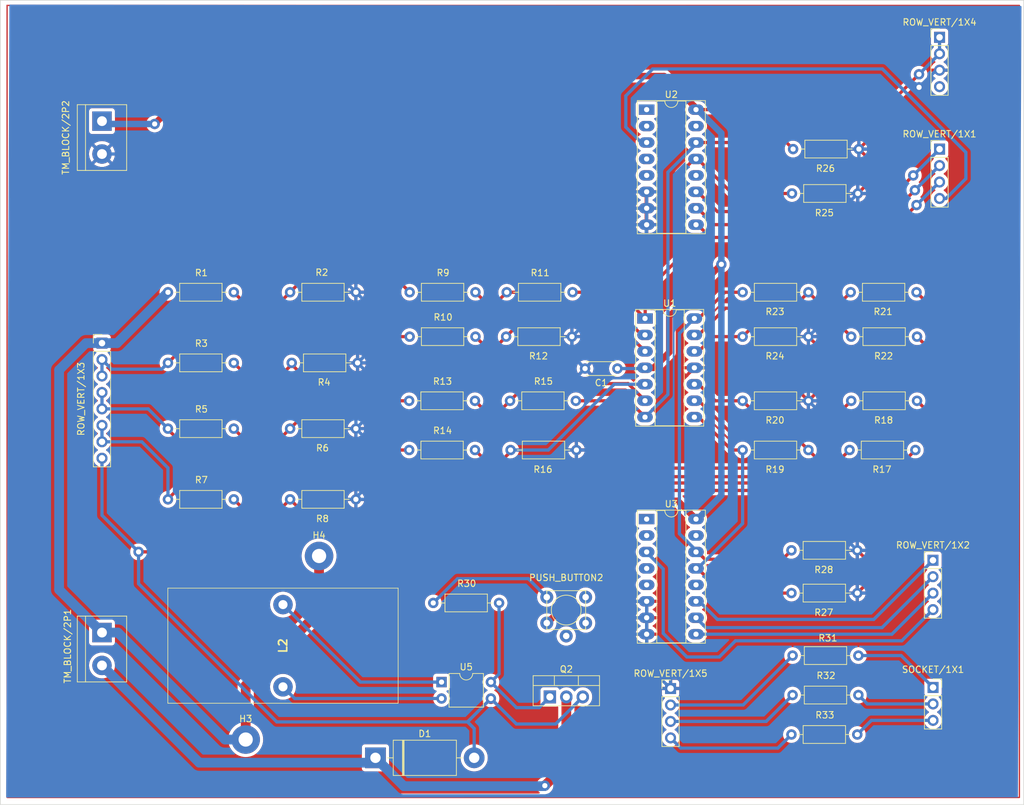
<source format=kicad_pcb>
(kicad_pcb (version 20221018) (generator pcbnew)
  (layers (0 "F.Cu" signal) (31 "B.Cu" signal) (34 "B.Paste" user) (35 "F.Paste" user) (36 "B.SilkS" user "B.Silkscreen") (37 "F.SilkS" user "F.Silkscreen") (38 "B.Mask" user) (39 "F.Mask" user) (44 "Edge.Cuts" user))
  (net 0 "")
  (net 1 "+12V")
  (net 2 "GND")
  (net 3 "V_cell12")
  (net 4 "Net-(PUSH_BUTTON2-Pad1)")
  (net 7 "V_cell34")
  (net 8 "Net-(Q2-G)")
  (net 9 "B+")
  (net 10 "Net-(R1-Pad1)")
  (net 11 "Net-(R13-Pad2)")
  (net 12 "Net-(R17-Pad2)")
  (net 13 "Net-(R21-Pad2)")
  (net 14 "Net-(R11-Pad2)")
  (net 15 "Net-(R10-Pad1)")
  (net 16 "Net-(U2-X0)")
  (net 17 "Net-(R13-Pad1)")
  (net 18 "Net-(R14-Pad1)")
  (net 19 "Net-(U2-X1)")
  (net 20 "Net-(R17-Pad1)")
  (net 21 "Net-(R18-Pad1)")
  (net 22 "Net-(U3-X0)")
  (net 23 "Net-(R21-Pad1)")
  (net 24 "B-")
  (net 25 "Net-(R22-Pad1)")
  (net 26 "Net-(U3-X1)")
  (net 27 "sel_A")
  (net 28 "sel_B")
  (net 29 "sel_C")
  (net 30 "sel_A1")
  (net 31 "sel_B1")
  (net 32 "sel_C1")
  (net 33 "Net-(L2-Pad2)")
  (net 34 "Net-(L2-Pad1)")
  (net 35 "Cell1 -")
  (net 36 "Cell2 -")
  (net 37 "Cell3 -")
  (net 50 "Net-(ROW_VERT/1X5-Pin_2)")
  (net 51 "G")
  (net 52 "Net-(ROW_VERT/1X5-Pin_3)")
  (net 53 "R")
  (net 54 "Net-(ROW_VERT/1X5-Pin_4)")
  (net 55 "B")
  (net 56 "Vout_5V")
  (net 58 "Cell4 -")
  (footprint "VAMK_R:R3_5W" (layer "F.Cu") (at 179.578 84.598)
    (fp_text reference "R24")
    (fp_text value "10k" hide)
  )
  (footprint "VAMK_R:R3_5W" (layer "F.Cu") (at 196.262 77.74)
    (fp_text reference "R21")
    (fp_text value "10k" hide)
  )
  (footprint "Package_DIP:DIP-16_W7.62mm_Socket_LongPads" (layer "F.Cu") (at 159.766 112.776)
    (fp_text reference "U3")
    (fp_text value "CD4051B")
  )
  (footprint "VAMK_R:R3_5W" (layer "F.Cu") (at 196.342 94.504)
    (fp_text reference "R18")
    (fp_text value "10k" hide)
  )
  (footprint "VAMK_CON:ROW_VERT_1x4" (layer "F.Cu") (at 163.4575 138.948)
    (fp_text reference "ROW_VERT/1X5")
    (fp_text value "ROW_VERT_1X4" hide)
  )
  (footprint "VAMK_R:R3_5W" (layer "F.Cu") (at 143.837 94.504 180)
    (fp_text reference "R15")
    (fp_text value "10k" hide)
  )
  (footprint "VAMK_CON:TM_BLOCK_2P" (layer "F.Cu") (at 75.692 130.302 -90)
    (fp_text reference "TM_BLOCK/2P1")
    (fp_text value "TM_BLOCK_2P" hide)
  )
  (footprint "VAMK_R:R3_5W" (layer "F.Cu") (at 179.578 102.108)
    (fp_text reference "R19")
    (fp_text value "10k" hide)
  )
  (footprint "Package_TO_SOT_THT:TO-220-3_Vertical" (layer "F.Cu") (at 144.83 140.241)
    (fp_text reference "Q2")
    (fp_text value "IRF3205" hide)
  )
  (footprint "VAMK_CON:ROW_VERT_1x4" (layer "F.Cu") (at 204.978 55.636)
    (fp_text reference "ROW_VERT/1X1")
    (fp_text value "ROW_VERT_1X4" hide)
  )
  (footprint "VAMK_R:R3_5W" (layer "F.Cu") (at 196.088 102.108)
    (fp_text reference "R17")
    (fp_text value "10k" hide)
  )
  (footprint "VAMK_R:R3_5W" (layer "F.Cu") (at 131.986 125.73 180)
    (fp_text reference "R30")
    (fp_text value "1k" hide)
  )
  (footprint "VAMK_R:R3_5W" (layer "F.Cu") (at 128.343 77.74 180)
    (fp_text reference "R9")
    (fp_text value "10k" hide)
  )
  (footprint "VAMK_R:R3_5W" (layer "F.Cu") (at 187.452 139.954 180)
    (fp_text reference "R32")
    (fp_text value "180R" hide)
  )
  (footprint "VAMK_R:R3_5W" (layer "F.Cu") (at 196.342 84.598)
    (fp_text reference "R22")
    (fp_text value "10k" hide)
  )
  (footprint "VAMK_R:R3_5W" (layer "F.Cu") (at 109.728 109.728)
    (fp_text reference "R8")
    (fp_text value "10k" hide)
  )
  (footprint "VAMK_CON:ROW_VERT_1x4" (layer "F.Cu") (at 204.978 38.364)
    (fp_text reference "ROW_VERT/1X4")
    (fp_text value "ROW_VERT_1X4" hide)
  )
  (footprint "VAMK_R:R3_5W" (layer "F.Cu") (at 187.452 133.858 180)
    (fp_text reference "R31")
    (fp_text value "110R" hide)
  )
  (footprint "VAMK_R:R3_5W" (layer "F.Cu") (at 143.329 77.74 180)
    (fp_text reference "R11")
    (fp_text value "10k" hide)
  )
  (footprint "VAMK_R:R3_5W" (layer "F.Cu") (at 91.037 109.728 180)
    (fp_text reference "R7")
    (fp_text value "10k" hide)
  )
  (footprint "VAMK_R:R3_5W" (layer "F.Cu") (at 179.578 94.504)
    (fp_text reference "R20")
    (fp_text value "10k" hide)
  )
  (footprint "VAMK_R:R3_5W" (layer "F.Cu") (at 143.075 84.598)
    (fp_text reference "R12")
    (fp_text value "10k" hide)
  )
  (footprint "Package_DIP:DIP-16_W7.62mm_Socket_LongPads" (layer "F.Cu") (at 159.766 49.53)
    (fp_text reference "U2")
    (fp_text value "CD4051B")
  )
  (footprint "VAMK_R:R3_5W" (layer "F.Cu") (at 91.037 77.74 180)
    (fp_text reference "R1")
    (fp_text value "10k" hide)
  )
  (footprint "VAMK_R:R3_5W" (layer "F.Cu") (at 187.118 117.602)
    (fp_text reference "R28")
    (fp_text value "10k" hide)
  )
  (footprint "VAMK_R:R3_5W" (layer "F.Cu") (at 91.037 88.646 180)
    (fp_text reference "R3")
    (fp_text value "10k" hide)
  )
  (footprint "VAMK_R:R3_5W" (layer "F.Cu") (at 109.982 88.646)
    (fp_text reference "R4")
    (fp_text value "10k" hide)
  )
  (footprint "VAMK_MISC:SKHHQV" (layer "F.Cu") (at 147.35 126.83)
    (fp_text reference "PUSH_BUTTON2")
    (fp_text value "PUSH_BUTTON" hide)
  )
  (footprint "VAMK_R:R3_5W" (layer "F.Cu") (at 187.278 146.05 180)
    (fp_text reference "R33")
    (fp_text value "110R" hide)
  )
  (footprint "Package_DIP:DIP-14_W7.62mm_Socket_LongPads" (layer "F.Cu") (at 159.512 81.788)
    (fp_text reference "U1")
    (fp_text value "LM324NE4")
  )
  (footprint "VAMK_CON:ROW_VERT_1x4" (layer "F.Cu") (at 203.962 119.136)
    (fp_text reference "ROW_VERT/1X2")
    (fp_text value "ROW_VERT_1X4" hide)
  )
  (footprint "Diode_THT:D_DO-201AD_P15.24mm_Horizontal" (layer "F.Cu") (at 117.905 149.65)
    (fp_text reference "D1")
    (fp_text value "1N5822" hide)
  )
  (footprint "VAMK_R:R3_5W" (layer "F.Cu") (at 187.198 62.484)
    (fp_text reference "R25")
    (fp_text value "10k" hide)
  )
  (footprint "VAMK_R:R3_5W" (layer "F.Cu") (at 128.343 84.598 180)
    (fp_text reference "R10")
    (fp_text value "10k" hide)
  )
  (footprint "MountingHole:MountingHole_2.2mm_M2_Pad" (layer "F.Cu") (at 109.2 118.475)
    (fp_text reference "H4")
    (fp_text value "MountingHole_Pad" hide)
  )
  (footprint "VAMK_CON:TM_BLOCK_2P" (layer "F.Cu") (at 75.692 51.308 -90)
    (fp_text reference "TM_BLOCK/2P2")
    (fp_text value "TM_BLOCK_2P" hide)
  )
  (footprint "VAMK_CON:ROW_VERT_1x8" (layer "F.Cu") (at 75.692 85.598)
    (fp_text reference "ROW_VERT/1X3")
    (fp_text value "ROW_VERT_1X8" hide)
  )
  (footprint "VAMK_R:R3_5W" (layer "F.Cu") (at 187.118 124.206)
    (fp_text reference "R27")
    (fp_text value "10k" hide)
  )
  (footprint "VAMK_R:R3_5W" (layer "F.Cu") (at 91.037 98.806 180)
    (fp_text reference "R5")
    (fp_text value "10k" hide)
  )
  (footprint "VAMK_R:R3_5W" (layer "F.Cu") (at 109.728 98.806)
    (fp_text reference "R6")
    (fp_text value "10k" hide)
  )
  (footprint "VAMK_R:R3_5W" (layer "F.Cu") (at 109.728 77.74)
    (fp_text reference "R2")
    (fp_text value "10k" hide)
  )
  (footprint "Coil_100u:PE92112KNL" (layer "F.Cu") (at 103.632 138.684 90)
    (fp_text reference "L2")
    (fp_text value "L_Ferrite_Small" hide)
  )
  (footprint "VAMK_R:R3_5W" (layer "F.Cu") (at 128.263 94.504 180)
    (fp_text reference "R13")
    (fp_text value "10k" hide)
  )
  (footprint "MountingHole:MountingHole_2.2mm_M2_Pad" (layer "F.Cu") (at 97.875 146.825)
    (fp_text reference "H3")
    (fp_text value "MountingHole_Pad" hide)
  )
  (footprint "VAMK_C:C5_0" (layer "F.Cu") (at 155.257 89.528 180)
    (fp_text reference "C1")
    (fp_text value "100NF_50V_CER" hide)
  )
  (footprint "Package_DIP:DIP-4_W7.62mm" (layer "F.Cu") (at 128.106 137.95)
    (fp_text reference "U5")
    (fp_text value "PC817")
  )
  (footprint "VAMK_CON:SOCKET_1x3" (layer "F.Cu") (at 203.975 138.785)
    (fp_text reference "SOCKET/1X1")
    (fp_text value "SOCKET_1X3" hide)
  )
  (footprint "VAMK_R:R3_5W" (layer "F.Cu") (at 143.764 102.108)
    (fp_text reference "R16")
    (fp_text value "10k" hide)
  )
  (footprint "VAMK_R:R3_5W" (layer "F.Cu") (at 128.27 102.108 180)
    (fp_text reference "R14")
    (fp_text value "10k" hide)
  )
  (footprint "VAMK_R:R3_5W" (layer "F.Cu") (at 187.372 55.626)
    (fp_text reference "R26")
    (fp_text value "10k" hide)
  )
  (footprint "VAMK_R:R3_5W" (layer "F.Cu") (at 179.578 77.74)
    (fp_text reference "R23")
    (fp_text value "10k" hide)
  )
  (gr_rect (start 61.044 33.437) (end 217.306 155.775) (stroke (width 0.2)) (fill none) (layer "F.Cu"))
  (gr_rect (start 60 32.65) (end 217.975 156.875) (stroke (width 0.1)) (fill none) (layer "Edge.Cuts"))
  (segment (start 163.25 81.475) (end 164.05 80.675) (width 1) (layer "F.Cu") (net 1))
  (segment (start 75.692 51.308) (end 75.946 51.308) (width 0.5) (layer "F.Cu") (net 1))
  (segment (start 147.2 121) (end 158.25 109.95) (width 1) (layer "F.Cu") (net 1))
  (segment (start 160.867 89.408) (end 163.25 87.025) (width 1) (layer "F.Cu") (net 1))
  (segment (start 164.56 109.95) (end 167.386 112.776) (width 1) (layer "F.Cu") (net 1))
  (segment (start 159.512 89.408) (end 160.867 89.408) (width 1) (layer "F.Cu") (net 1))
  (segment (start 164.05 80.675) (end 171.3 73.425) (width 1) (layer "F.Cu") (net 1))
  (segment (start 168.656 49.53) (end 196.352 49.53) (width 0.5) (layer "F.Cu") (net 1))
  (segment (start 196.352 49.53) (end 201.808 44.074) (width 0.5) (layer "F.Cu") (net 1))
  (segment (start 167.64 49.53) (end 168.656 49.53) (width 0.5) (layer "F.Cu") (net 1))
  (segment (start 91.225 44.35) (end 139.65 44.35) (width 1) (layer "F.Cu") (net 1))
  (segment (start 139.65 44.35) (end 162.46 44.35) (width 1) (layer "F.Cu") (net 1))
  (segment (start 162.46 44.35) (end 167.64 49.53) (width 1) (layer "F.Cu") (net 1))
  (segment (start 163.25 87.025) (end 163.25 81.475) (width 1) (layer "F.Cu") (net 1))
  (segment (start 83.825 51.75) (end 91.225 44.35) (width 1) (layer "F.Cu") (net 1))
  (segment (start 144.42 128.83) (end 147.2 126.05) (width 1) (layer "F.Cu") (net 1))
  (segment (start 147.2 126.05) (end 147.2 121) (width 1) (layer "F.Cu") (net 1))
  (segment (start 144.35 128.83) (end 144.42 128.83) (width 0.5) (layer "F.Cu") (net 1))
  (segment (start 158.25 109.95) (end 164.56 109.95) (width 1) (layer "F.Cu") (net 1))
  (segment (start 159.4225 89.528) (end 159.5425 89.408) (width 0.5) (layer "F.Cu") (net 1))
  (via (at 83.825 51.75) (size 1.6) (drill 0.8) (layers "F.Cu" "B.Cu") (net 1))
  (via (at 201.808 44.074) (size 1.6) (drill 0.8) (layers "F.Cu" "B.Cu") (net 1))
  (via (at 171.3 73.425) (size 1.6) (drill 0.8) (layers "F.Cu" "B.Cu") (net 1))
  (segment (start 204.978 40.904) (end 201.808 44.074) (width 0.5) (layer "B.Cu") (net 1))
  (segment (start 159.392 89.528) (end 159.512 89.408) (width 0.5) (layer "B.Cu") (net 1))
  (segment (start 171.3 73.425) (end 171.3 109.116) (width 1) (layer "B.Cu") (net 1))
  (segment (start 171.3 109.116) (end 167.64 112.776) (width 1) (layer "B.Cu") (net 1))
  (segment (start 155.257 89.528) (end 159.392 89.528) (width 0.5) (layer "B.Cu") (net 1))
  (segment (start 76.388 51.75) (end 75.946 51.308) (width 1) (layer "B.Cu") (net 1))
  (segment (start 171.3 53.19) (end 171.3 73.425) (width 1) (layer "B.Cu") (net 1))
  (segment (start 83.825 51.75) (end 76.388 51.75) (width 1) (layer "B.Cu") (net 1))
  (segment (start 167.64 49.53) (end 171.3 53.19) (width 1) (layer "B.Cu") (net 1))
  (segment (start 75.692 51.308) (end 75.946 51.308) (width 0.5) (layer "B.Cu") (net 1))
  (segment (start 204.978 38.364) (end 204.978 40.904) (width 0.5) (layer "B.Cu") (net 1))
  (segment (start 192.278 117.602) (end 193.925 119.249) (width 0.5) (layer "F.Cu") (net 2))
  (segment (start 192.532 55.626) (end 194.31 57.404) (width 0.5) (layer "F.Cu") (net 2))
  (segment (start 192.532 55.372) (end 192.532 55.626) (width 0.5) (layer "F.Cu") (net 2))
  (segment (start 193.925 122.559) (end 192.278 124.206) (width 0.5) (layer "F.Cu") (net 2))
  (segment (start 160.667 102.108) (end 148.924 102.108) (width 0.5) (layer "F.Cu") (net 2))
  (segment (start 184.738 94.504) (end 179.642 89.408) (width 0.5) (layer "F.Cu") (net 2))
  (segment (start 159.7 64.77) (end 159.7 67.31) (width 0.5) (layer "F.Cu") (net 2))
  (segment (start 194.31 60.532) (end 192.358 62.484) (width 0.5) (layer "F.Cu") (net 2))
  (segment (start 167.132 89.408) (end 163.875 92.665) (width 0.5) (layer "F.Cu") (net 2))
  (segment (start 204.978 43.444) (end 204.46 43.444) (width 0.5) (layer "F.Cu") (net 2))
  (segment (start 194.31 57.404) (end 194.31 60.532) (width 0.5) (layer "F.Cu") (net 2))
  (segment (start 186.225 86.085) (end 186.225 93.017) (width 0.5) (layer "F.Cu") (net 2))
  (segment (start 184.738 84.598) (end 186.225 86.085) (width 0.5) (layer "F.Cu") (net 2))
  (segment (start 159.7 62.23) (end 159.7 64.77) (width 0.5) (layer "F.Cu") (net 2))
  (segment (start 163.875 92.665) (end 163.875 98.9) (width 0.5) (layer "F.Cu") (net 2))
  (segment (start 163.875 98.9) (end 160.667 102.108) (width 0.5) (layer "F.Cu") (net 2))
  (segment (start 193.925 119.249) (end 193.925 122.559) (width 0.5) (layer "F.Cu") (net 2))
  (segment (start 179.642 89.408) (end 167.132 89.408) (width 0.5) (layer "F.Cu") (net 2))
  (segment (start 186.225 93.017) (end 184.738 94.504) (width 0.5) (layer "F.Cu") (net 2))
  (segment (start 192.532 55.626) (end 201.815208 46.342792) (width 0.5) (layer "F.Cu") (net 2))
  (segment (start 201.815208 46.342792) (end 201.815208 46.088792) (width 0.5) (layer "F.Cu") (net 2))
  (via (at 201.815208 46.088792) (size 1.6) (drill 0.8) (layers "F.Cu" "B.Cu") (net 2))
  (segment (start 159.766 135.2565) (end 163.4575 138.948) (width 0.5) (layer "B.Cu") (net 2))
  (segment (start 159.7 73.133) (end 159.7 67.31) (width 0.5) (layer "B.Cu") (net 2))
  (segment (start 192.358 62.484) (end 187.95 66.892) (width 0.5) (layer "B.Cu") (net 2))
  (segment (start 114.888 77.74) (end 93.536 56.388) (width 0.5) (layer "B.Cu") (net 2))
  (segment (start 148.235 84.598) (end 148.235 87.506) (width 0.5) (layer "B.Cu") (net 2))
  (segment (start 187.55 112.874) (end 192.278 117.602) (width 0.5) (layer "B.Cu") (net 2))
  (segment (start 159.766 130.556) (end 159.766 135.2565) (width 0.5) (layer "B.Cu") (net 2))
  (segment (start 204.46 43.444) (end 204.978 43.444) (width 0.5) (layer "B.Cu") (net 2))
  (segment (start 93.536 56.388) (end 75.692 56.388) (width 0.5) (layer "B.Cu") (net 2))
  (segment (start 147.954 87.225) (end 150.257 89.528) (width 0.5) (layer "B.Cu") (net 2))
  (segment (start 148.235 84.598) (end 159.7 73.133) (width 0.5) (layer "B.Cu") (net 2))
  (segment (start 201.815208 46.088792) (end 204.46 43.444) (width 0.5) (layer "B.Cu") (net 2))
  (segment (start 114.888 109.728) (end 142.972 109.728) (width 0.5) (layer "B.Cu") (net 2))
  (segment (start 156.201 125.476) (end 142.972 112.247) (width 0.5) (layer "B.Cu") (net 2))
  (segment (start 117.05 100.968) (end 117.05 107.312) (width 0.5) (layer "B.Cu") (net 2))
  (segment (start 159.766 125.476) (end 159.766 128.016) (width 0.5) (layer "B.Cu") (net 2))
  (segment (start 117.075 79.911) (end 117.075 86.713) (width 0.5) (layer "B.Cu") (net 2))
  (segment (start 142.972 112.247) (end 142.972 109.728) (width 0.5) (layer "B.Cu") (net 2))
  (segment (start 116.975 96.719) (end 114.888 98.806) (width 0.5) (layer "B.Cu") (net 2))
  (segment (start 184.738 94.504) (end 187.55 97.316) (width 0.5) (layer "B.Cu") (net 2))
  (segment (start 142.972 109.728) (end 148.924 103.776) (width 0.5) (layer "B.Cu") (net 2))
  (segment (start 187.95 81.386) (end 184.738 84.598) (width 0.5) (layer "B.Cu") (net 2))
  (segment (start 187.95 66.892) (end 187.95 81.386) (width 0.5) (layer "B.Cu") (net 2))
  (segment (start 159.766 128.016) (end 159.766 130.556) (width 0.5) (layer "B.Cu") (net 2))
  (segment (start 114.888 77.724) (end 117.075 79.911) (width 0.5) (layer "B.Cu") (net 2))
  (segment (start 114.888 98.806) (end 117.05 100.968) (width 0.5) (layer "B.Cu") (net 2))
  (segment (start 117.075 86.713) (end 115.142 88.646) (width 0.5) (layer "B.Cu") (net 2))
  (segment (start 187.55 97.316) (end 187.55 112.874) (width 0.5) (layer "B.Cu") (net 2))
  (segment (start 115.142 88.646) (end 116.975 90.479) (width 0.5) (layer "B.Cu") (net 2))
  (segment (start 117.05 107.312) (end 114.888 109.474) (width 0.5) (layer "B.Cu") (net 2))
  (segment (start 115.142 88.646) (end 116.563 87.225) (width 0.5) (layer "B.Cu") (net 2))
  (segment (start 116.563 87.225) (end 147.954 87.225) (width 0.5) (layer "B.Cu") (net 2))
  (segment (start 148.924 102.108) (end 148.924 103.776) (width 0.5) (layer "B.Cu") (net 2))
  (segment (start 116.975 90.479) (end 116.975 96.719) (width 0.5) (layer "B.Cu") (net 2))
  (segment (start 159.766 125.476) (end 156.201 125.476) (width 0.5) (layer "B.Cu") (net 2))
  (segment (start 148.235 87.506) (end 150.257 89.528) (width 0.5) (layer "B.Cu") (net 2))
  (segment (start 196.158 43.25) (end 160.7 43.25) (width 0.5) (layer "B.Cu") (net 3))
  (segment (start 209.042 60.198) (end 209.042 56.134) (width 0.5) (layer "B.Cu") (net 3))
  (segment (start 156.55 52.225) (end 158.935 54.61) (width 0.5) (layer "B.Cu") (net 3))
  (segment (start 209.042 56.134) (end 196.158 43.25) (width 0.5) (layer "B.Cu") (net 3))
  (segment (start 160.7 43.25) (end 156.55 47.4) (width 0.5) (layer "B.Cu") (net 3))
  (segment (start 156.55 47.4) (end 156.55 52.225) (width 0.5) (layer "B.Cu") (net 3))
  (segment (start 204.978 63.256) (end 205.984 63.256) (width 0.5) (layer "B.Cu") (net 3))
  (segment (start 205.984 63.256) (end 209.042 60.198) (width 0.5) (layer "B.Cu") (net 3))
  (segment (start 158.935 54.61) (end 159.7 54.61) (width 0.5) (layer "B.Cu") (net 3))
  (segment (start 126.92 125.655) (end 126.92 125.73) (width 0.5) (layer "F.Cu") (net 4))
  (segment (start 130.581 121.975) (end 141.495 121.975) (width 0.5) (layer "B.Cu") (net 4))
  (segment (start 126.826 125.73) (end 130.581 121.975) (width 0.5) (layer "B.Cu") (net 4))
  (segment (start 141.495 121.975) (end 144.35 124.83) (width 0.5) (layer "B.Cu") (net 4))
  (segment (start 162.325 120.481) (end 159.7 117.856) (width 0.5) (layer "B.Cu") (net 7))
  (segment (start 203.962 126.756) (end 203.962 126.763) (width 0.5) (layer "B.Cu") (net 7))
  (segment (start 170.975 134.075) (end 165.975 134.075) (width 0.5) (layer "B.Cu") (net 7))
  (segment (start 203.962 126.763) (end 199.153 131.572) (width 0.5) (layer "B.Cu") (net 7))
  (segment (start 162.325 130.425) (end 162.325 120.481) (width 0.5) (layer "B.Cu") (net 7))
  (segment (start 173.478 131.572) (end 170.975 134.075) (width 0.5) (layer "B.Cu") (net 7))
  (segment (start 199.153 131.572) (end 173.478 131.572) (width 0.5) (layer "B.Cu") (net 7))
  (segment (start 165.975 134.075) (end 162.325 130.425) (width 0.5) (layer "B.Cu") (net 7))
  (segment (start 137.08 125.73) (end 137.075 125.735) (width 0.5) (layer "F.Cu") (net 8))
  (segment (start 136.986 136.69) (end 135.726 137.95) (width 0.5) (layer "B.Cu") (net 8))
  (segment (start 135.726 137.95) (end 139.676 141.9) (width 0.5) (layer "B.Cu") (net 8))
  (segment (start 139.676 141.9) (end 143.171 141.9) (width 0.5) (layer "B.Cu") (net 8))
  (segment (start 136.986 125.73) (end 136.986 136.69) (width 0.5) (layer "B.Cu") (net 8))
  (segment (start 143.171 141.9) (end 144.83 140.241) (width 0.5) (layer "B.Cu") (net 8))
  (segment (start 109.2 118.475) (end 109.2 127.125) (width 1.5) (layer "F.Cu") (net 9))
  (segment (start 109.2 127.125) (end 97.875 138.45) (width 1.5) (layer "F.Cu") (net 9))
  (segment (start 97.875 138.45) (end 97.875 146.825) (width 1.5) (layer "F.Cu") (net 9))
  (segment (start 69.075 123.685) (end 75.692 130.302) (width 1.5) (layer "B.Cu") (net 9))
  (segment (start 75.692 85.598) (end 73.227 85.598) (width 1.5) (layer "B.Cu") (net 9))
  (segment (start 75.692 85.598) (end 78.019 85.598) (width 1.5) (layer "B.Cu") (net 9))
  (segment (start 73.227 85.598) (end 69.075 89.75) (width 1.5) (layer "B.Cu") (net 9))
  (segment (start 78.019 85.598) (end 85.877 77.74) (width 1.5) (layer "B.Cu") (net 9))
  (segment (start 69.075 89.75) (end 69.075 123.685) (width 1.5) (layer "B.Cu") (net 9))
  (segment (start 75.692 130.302) (end 75.623 130.302) (width 1.5) (layer "B.Cu") (net 9))
  (segment (start 78.152 130.302) (end 94.675 146.825) (width 1.5) (layer "B.Cu") (net 9))
  (segment (start 94.675 146.825) (end 97.875 146.825) (width 1.5) (layer "B.Cu") (net 9))
  (segment (start 75.692 130.302) (end 78.152 130.302) (width 1.5) (layer "B.Cu") (net 9))
  (segment (start 96.037 77.74) (end 97.547 79.25) (width 0.5) (layer "F.Cu") (net 10))
  (segment (start 97.547 79.25) (end 103.218 79.25) (width 0.5) (layer "F.Cu") (net 10))
  (segment (start 119.634 74.168) (end 123.183 77.717) (width 0.5) (layer "F.Cu") (net 10))
  (segment (start 108.284 74.168) (end 119.634 74.168) (width 0.5) (layer "F.Cu") (net 10))
  (segment (start 123.183 77.717) (end 123.183 77.74) (width 0.5) (layer "F.Cu") (net 10))
  (segment (start 104.728 77.724) (end 108.284 74.168) (width 0.5) (layer "F.Cu") (net 10))
  (segment (start 103.218 79.25) (end 104.728 77.74) (width 0.5) (layer "F.Cu") (net 10))
  (segment (start 110.586 94.504) (end 123.103 94.504) (width 0.5) (layer "F.Cu") (net 11))
  (segment (start 96.037 88.646) (end 97.366 89.975) (width 0.5) (layer "F.Cu") (net 11))
  (segment (start 104.982 88.9) (end 110.586 94.504) (width 0.5) (layer "F.Cu") (net 11))
  (segment (start 103.907 89.975) (end 104.982 88.9) (width 0.5) (layer "F.Cu") (net 11))
  (segment (start 97.366 89.975) (end 103.907 89.975) (width 0.5) (layer "F.Cu") (net 11))
  (segment (start 198.454 104.902) (end 131.826 104.902) (width 0.5) (layer "F.Cu") (net 12))
  (segment (start 96.037 98.806) (end 97.481 100.25) (width 0.5) (layer "F.Cu") (net 12))
  (segment (start 131.826 104.902) (end 123.698 96.774) (width 0.5) (layer "F.Cu") (net 12))
  (segment (start 123.698 96.774) (end 106.76 96.774) (width 0.5) (layer "F.Cu") (net 12))
  (segment (start 106.76 96.774) (end 104.728 98.806) (width 0.5) (layer "F.Cu") (net 12))
  (segment (start 97.481 100.25) (end 103.284 100.25) (width 0.5) (layer "F.Cu") (net 12))
  (segment (start 201.248 102.108) (end 198.454 104.902) (width 0.5) (layer "F.Cu") (net 12))
  (segment (start 103.284 100.25) (end 104.728 98.806) (width 0.5) (layer "F.Cu") (net 12))
  (segment (start 104.728 109.728) (end 107.776 112.776) (width 0.5) (layer "F.Cu") (net 13))
  (segment (start 104.728 109.728) (end 103.231 111.225) (width 0.5) (layer "F.Cu") (net 13))
  (segment (start 107.776 112.776) (end 126.238 112.776) (width 0.5) (layer "F.Cu") (net 13))
  (segment (start 203.308 108.35) (end 209.804 101.854) (width 0.5) (layer "F.Cu") (net 13))
  (segment (start 130.664 108.35) (end 203.308 108.35) (width 0.5) (layer "F.Cu") (net 13))
  (segment (start 209.804 101.854) (end 209.804 86.122) (width 0.5) (layer "F.Cu") (net 13))
  (segment (start 103.231 111.225) (end 97.534 111.225) (width 0.5) (layer "F.Cu") (net 13))
  (segment (start 209.804 86.122) (end 201.422 77.74) (width 0.5) (layer "F.Cu") (net 13))
  (segment (start 126.238 112.776) (end 130.664 108.35) (width 0.5) (layer "F.Cu") (net 13))
  (segment (start 97.534 111.225) (end 96.037 109.728) (width 0.5) (layer "F.Cu") (net 13))
  (segment (start 138.169 77.74) (end 142.967991 77.74) (width 0.5) (layer "F.Cu") (net 14))
  (segment (start 134.703 79.1) (end 136.809 79.1) (width 0.5) (layer "F.Cu") (net 14))
  (segment (start 133.343 77.74) (end 134.703 79.1) (width 0.5) (layer "F.Cu") (net 14))
  (segment (start 146.253991 81.026) (end 155.702 81.026) (width 0.5) (layer "F.Cu") (net 14))
  (segment (start 159.004 84.328) (end 159.5425 84.328) (width 0.5) (layer "F.Cu") (net 14))
  (segment (start 155.702 81.026) (end 159.004 84.328) (width 0.5) (layer "F.Cu") (net 14))
  (segment (start 136.809 79.1) (end 138.169 77.74) (width 0.5) (layer "F.Cu") (net 14))
  (segment (start 142.967991 77.74) (end 146.253991 81.026) (width 0.5) (layer "F.Cu") (net 14))
  (segment (start 140.631 82.042) (end 154.7165 82.042) (width 0.5) (layer "F.Cu") (net 15))
  (segment (start 134.62 85.875) (end 136.798 85.875) (width 0.5) (layer "F.Cu") (net 15))
  (segment (start 138.075 84.598) (end 140.631 82.042) (width 0.5) (layer "F.Cu") (net 15))
  (segment (start 154.7165 82.042) (end 159.5425 86.868) (width 0.5) (layer "F.Cu") (net 15))
  (segment (start 137.821 84.852) (end 138.075 84.598) (width 0.5) (layer "F.Cu") (net 15))
  (segment (start 136.798 85.875) (end 138.075 84.598) (width 0.5) (layer "F.Cu") (net 15))
  (segment (start 133.343 84.598) (end 134.62 85.875) (width 0.5) (layer "F.Cu") (net 15))
  (segment (start 167.386 56.896) (end 172.974 62.484) (width 0.5) (layer "F.Cu") (net 16))
  (segment (start 164.846 59.436) (end 167.386 56.896) (width 0.5) (layer "F.Cu") (net 16))
  (segment (start 159.5425 81.788) (end 159.5425 77.7075) (width 0.5) (layer "F.Cu") (net 16))
  (segment (start 172.974 62.484) (end 182.198 62.484) (width 0.5) (layer "F.Cu") (net 16))
  (segment (start 164.846 72.404) (end 164.846 59.436) (width 0.5) (layer "F.Cu") (net 16))
  (segment (start 148.329 77.74) (end 155.4945 77.74) (width 0.5) (layer "F.Cu") (net 16))
  (segment (start 155.4945 77.74) (end 159.5425 81.788) (width 0.5) (layer "F.Cu") (net 16))
  (segment (start 159.5425 77.7075) (end 164.846 72.404) (width 0.5) (layer "F.Cu") (net 16))
  (segment (start 156.9045 91.85) (end 141.331 91.85) (width 0.5) (layer "F.Cu") (net 17))
  (segment (start 159.5425 94.488) (end 156.9045 91.85) (width 0.5) (layer "F.Cu") (net 17))
  (segment (start 137.356 95.825) (end 138.677 94.504) (width 0.5) (layer "F.Cu") (net 17))
  (segment (start 133.263 94.504) (end 134.584 95.825) (width 0.5) (layer "F.Cu") (net 17))
  (segment (start 141.331 91.85) (end 138.677 94.504) (width 0.5) (layer "F.Cu") (net 17))
  (segment (start 134.584 95.825) (end 137.356 95.825) (width 0.5) (layer "F.Cu") (net 17))
  (segment (start 137.751 103.375) (end 138.764 102.362) (width 0.5) (layer "F.Cu") (net 18))
  (segment (start 133.27 102.108) (end 134.537 103.375) (width 0.5) (layer "F.Cu") (net 18))
  (segment (start 134.537 103.375) (end 137.751 103.375) (width 0.5) (layer "F.Cu") (net 18))
  (segment (start 144.592 102.108) (end 138.764 102.108) (width 0.5) (layer "B.Cu") (net 18))
  (segment (start 154.752 91.948) (end 144.592 102.108) (width 0.5) (layer "B.Cu") (net 18))
  (segment (start 158.877 91.948) (end 154.752 91.948) (width 0.5) (layer "B.Cu") (net 18))
  (segment (start 167.64 54.61) (end 181.356 54.61) (width 0.5) (layer "F.Cu") (net 19))
  (segment (start 148.837 94.504) (end 157.0185 94.504) (width 0.5) (layer "F.Cu") (net 19))
  (segment (start 157.0185 94.504) (end 159.5425 97.028) (width 0.5) (layer "F.Cu") (net 19))
  (segment (start 181.356 54.61) (end 182.372 55.626) (width 0.5) (layer "F.Cu") (net 19))
  (segment (start 167.64 54.61) (end 163.05 59.2) (width 0.5) (layer "B.Cu") (net 19))
  (segment (start 163.05 93.5205) (end 159.5425 97.028) (width 0.5) (layer "B.Cu") (net 19))
  (segment (start 163.05 59.2) (end 163.05 93.5205) (width 0.5) (layer "B.Cu") (net 19))
  (segment (start 184.738 102.108) (end 186.105 103.475) (width 0.5) (layer "F.Cu") (net 20))
  (segment (start 189.721 103.475) (end 191.088 102.108) (width 0.5) (layer "F.Cu") (net 20))
  (segment (start 182.005 99.375) (end 184.738 102.108) (width 0.5) (layer "F.Cu") (net 20))
  (segment (start 186.105 103.475) (end 189.721 103.475) (width 0.5) (layer "F.Cu") (net 20))
  (segment (start 167.7975 94.488) (end 172.6845 99.375) (width 0.5) (layer "F.Cu") (net 20))
  (segment (start 172.6845 99.375) (end 182.005 99.375) (width 0.5) (layer "F.Cu") (net 20))
  (segment (start 174.578 94.504) (end 177.574 97.5) (width 0.5) (layer "F.Cu") (net 21))
  (segment (start 188.346 97.5) (end 188.275 97.5) (width 0.5) (layer "F.Cu") (net 21))
  (segment (start 191.342 94.504) (end 188.346 97.5) (width 0.5) (layer "F.Cu") (net 21))
  (segment (start 177.574 97.5) (end 188.275 97.5) (width 0.5) (layer "F.Cu") (net 21))
  (segment (start 174.578 94.504) (end 170.3535 94.504) (width 0.5) (layer "F.Cu") (net 21))
  (segment (start 170.3535 94.504) (end 167.7975 91.948) (width 0.5) (layer "F.Cu") (net 21))
  (segment (start 188.275 97.5) (end 188.35 97.5) (width 0.5) (layer "F.Cu") (net 21))
  (segment (start 171.45 124.206) (end 167.64 120.396) (width 0.5) (layer "F.Cu") (net 22))
  (segment (start 172.8775 102.108) (end 167.7975 97.028) (width 0.5) (layer "F.Cu") (net 22))
  (segment (start 182.118 124.206) (end 171.45 124.206) (width 0.5) (layer "F.Cu") (net 22))
  (segment (start 174.578 102.108) (end 172.8775 102.108) (width 0.5) (layer "F.Cu") (net 22))
  (segment (start 174.578 113.458) (end 167.64 120.396) (width 0.5) (layer "B.Cu") (net 22))
  (segment (start 174.578 101.6) (end 174.578 113.458) (width 0.5) (layer "B.Cu") (net 22))
  (segment (start 190.002 79) (end 185.998 79) (width 0.5) (layer "F.Cu") (net 23))
  (segment (start 182.275 80.2) (end 171.9255 80.2) (width 0.5) (layer "F.Cu") (net 23))
  (segment (start 184.735 77.74) (end 182.275 80.2) (width 0.5) (layer "F.Cu") (net 23))
  (segment (start 171.9255 80.2) (end 167.7975 84.328) (width 0.5) (layer "F.Cu") (net 23))
  (segment (start 185.998 79) (end 184.738 77.74) (width 0.5) (layer "F.Cu") (net 23))
  (segment (start 184.738 77.74) (end 184.735 77.74) (width 0.5) (layer "F.Cu") (net 23))
  (segment (start 191.262 77.74) (end 190.002 79) (width 0.5) (layer "F.Cu") (net 23))
  (segment (start 147.37 150.63) (end 147.37 140.241) (width 1.5) (layer "F.Cu") (net 24))
  (segment (start 144.05 153.95) (end 147.37 150.63) (width 1.5) (layer "F.Cu") (net 24))
  (via (at 144.05 153.95) (size 1.6) (drill 0.8) (layers "F.Cu" "B.Cu") (net 24))
  (segment (start 117.155 150.4) (end 117.905 149.65) (width 1.5) (layer "B.Cu") (net 24))
  (segment (start 75.692 135.382) (end 90.71 150.4) (width 1.5) (layer "B.Cu") (net 24))
  (segment (start 122.28 154.025) (end 143.975 154.025) (width 1.5) (layer "B.Cu") (net 24))
  (segment (start 90.71 150.4) (end 117.155 150.4) (width 1.5) (layer "B.Cu") (net 24))
  (segment (start 117.905 149.65) (end 122.28 154.025) (width 1.5) (layer "B.Cu") (net 24))
  (segment (start 143.975 154.025) (end 144.05 153.95) (width 1.5) (layer "B.Cu") (net 24))
  (segment (start 174.578 84.598) (end 170.0675 84.598) (width 0.5) (layer "F.Cu") (net 25))
  (segment (start 170.0675 84.598) (end 167.7975 86.868) (width 0.5) (layer "F.Cu") (net 25))
  (segment (start 177.351 81.825) (end 188.569 81.825) (width 0.5) (layer "F.Cu") (net 25))
  (segment (start 174.578 84.598) (end 177.351 81.825) (width 0.5) (layer "F.Cu") (net 25))
  (segment (start 188.569 81.825) (end 191.342 84.598) (width 0.5) (layer "F.Cu") (net 25))
  (segment (start 174.578 77.74) (end 171.8455 77.74) (width 0.5) (layer "F.Cu") (net 26))
  (segment (start 168.759 118.975) (end 167.64 117.856) (width 0.5) (layer "F.Cu") (net 26))
  (segment (start 180.745 118.975) (end 168.759 118.975) (width 0.5) (layer "F.Cu") (net 26))
  (segment (start 171.8455 77.74) (end 167.7975 81.788) (width 0.5) (layer "F.Cu") (net 26))
  (segment (start 182.118 117.602) (end 180.745 118.975) (width 0.5) (layer "F.Cu") (net 26))
  (segment (start 181.864 117.856) (end 182.118 117.602) (width 0.5) (layer "F.Cu") (net 26))
  (segment (start 164.825 84.095) (end 164.825 115.041) (width 0.5) (layer "B.Cu") (net 26))
  (segment (start 167.132 81.788) (end 164.825 84.095) (width 0.5) (layer "B.Cu") (net 26))
  (segment (start 164.825 115.041) (end 167.64 117.856) (width 0.5) (layer "B.Cu") (net 26))
  (segment (start 200.919 59.695) (end 195.339 65.275) (width 0.5) (layer "F.Cu") (net 27))
  (segment (start 170.685 65.275) (end 167.64 62.23) (width 0.5) (layer "F.Cu") (net 27))
  (segment (start 195.339 65.275) (end 170.685 65.275) (width 0.5) (layer "F.Cu") (net 27))
  (via (at 200.919 59.695) (size 1.6) (drill 0.8) (layers "F.Cu" "B.Cu") (net 27))
  (segment (start 204.978 55.636) (end 200.919 59.695) (width 0.5) (layer "B.Cu") (net 27))
  (segment (start 170.17 67.3) (end 195.854 67.3) (width 0.5) (layer "F.Cu") (net 28))
  (segment (start 167.64 64.77) (end 170.17 67.3) (width 0.5) (layer "F.Cu") (net 28))
  (segment (start 195.854 67.3) (end 201.173 61.981) (width 0.5) (layer "F.Cu") (net 28))
  (via (at 201.173 61.981) (size 1.6) (drill 0.8) (layers "F.Cu" "B.Cu") (net 28))
  (segment (start 204.978 58.176) (end 201.173 61.981) (width 0.5) (layer "B.Cu") (net 28))
  (segment (start 196.419 69.275) (end 201.427 64.267) (width 0.5) (layer "F.Cu") (net 29))
  (segment (start 169.605 69.275) (end 196.419 69.275) (width 0.5) (layer "F.Cu") (net 29))
  (segment (start 167.64 67.31) (end 169.605 69.275) (width 0.5) (layer "F.Cu") (net 29))
  (via (at 201.427 64.267) (size 1.6) (drill 0.8) (layers "F.Cu" "B.Cu") (net 29))
  (segment (start 204.978 60.716) (end 201.427 64.267) (width 0.5) (layer "B.Cu") (net 29))
  (segment (start 203.962 119.136) (end 203.962 119.188) (width 0.5) (layer "F.Cu") (net 30))
  (segment (start 170.688 128.27) (end 167.894 125.476) (width 0.5) (layer "B.Cu") (net 30))
  (segment (start 194.828 128.27) (end 170.688 128.27) (width 0.5) (layer "B.Cu") (net 30))
  (segment (start 167.894 125.476) (end 167.386 125.476) (width 0.5) (layer "B.Cu") (net 30))
  (segment (start 203.962 119.136) (end 194.828 128.27) (width 0.5) (layer "B.Cu") (net 30))
  (segment (start 203.962 121.676) (end 196.098 129.54) (width 0.5) (layer "B.Cu") (net 31))
  (segment (start 196.098 129.54) (end 168.91 129.54) (width 0.5) (layer "B.Cu") (net 31))
  (segment (start 168.91 129.54) (end 167.386 128.016) (width 0.5) (layer "B.Cu") (net 31))
  (segment (start 197.622 130.556) (end 167.386 130.556) (width 0.5) (layer "B.Cu") (net 32))
  (segment (start 203.962 124.216) (end 197.622 130.556) (width 0.5) (layer "B.Cu") (net 32))
  (segment (start 115.598 137.95) (end 128.106 137.95) (width 0.5) (layer "B.Cu") (net 33))
  (segment (start 103.632 125.984) (end 115.598 137.95) (width 0.5) (layer "B.Cu") (net 33))
  (segment (start 128.106 140.49) (end 105.438 140.49) (width 0.5) (layer "B.Cu") (net 34))
  (segment (start 105.438 140.49) (end 103.632 138.684) (width 0.5) (layer "B.Cu") (net 34))
  (segment (start 123.183 84.598) (end 89.925 84.598) (width 0.5) (layer "F.Cu") (net 35))
  (segment (start 89.925 84.598) (end 85.877 88.646) (width 0.5) (layer "F.Cu") (net 35))
  (segment (start 123.135 84.9) (end 123.183 84.852) (width 0.5) (layer "F.Cu") (net 35))
  (segment (start 77.179 89.625) (end 84.898 89.625) (width 0.5) (layer "B.Cu") (net 35))
  (segment (start 75.692 88.138) (end 75.692 90.678) (width 0.5) (layer "B.Cu") (net 35))
  (segment (start 84.898 89.625) (end 85.877 88.646) (width 0.5) (layer "B.Cu") (net 35))
  (segment (start 75.692 88.138) (end 77.179 89.625) (width 0.5) (layer "B.Cu") (net 35))
  (segment (start 89.058 102.108) (end 123.11 102.108) (width 0.5) (layer "F.Cu") (net 36))
  (segment (start 85.877 98.927) (end 89.058 102.108) (width 0.5) (layer "F.Cu") (net 36))
  (segment (start 85.877 98.806) (end 85.877 98.927) (width 0.5) (layer "F.Cu") (net 36))
  (segment (start 82.829 95.758) (end 85.877 98.806) (width 0.5) (layer "B.Cu") (net 36))
  (segment (start 75.692 95.758) (end 82.829 95.758) (width 0.5) (layer "B.Cu") (net 36))
  (segment (start 75.692 93.218) (end 75.692 95.758) (width 0.5) (layer "B.Cu") (net 36))
  (segment (start 205.232 101.854) (end 205.232 98.234) (width 0.5) (layer "F.Cu") (net 37))
  (segment (start 85.877 109.728) (end 85.877 109.673) (width 0.5) (layer "F.Cu") (net 37))
  (segment (start 89.325 106.225) (end 200.861 106.225) (width 0.5) (layer "F.Cu") (net 37))
  (segment (start 85.877 109.673) (end 89.325 106.225) (width 0.5) (layer "F.Cu") (net 37))
  (segment (start 205.232 98.234) (end 201.502 94.504) (width 0.5) (layer "F.Cu") (net 37))
  (segment (start 200.861 106.225) (end 205.232 101.854) (width 0.5) (layer "F.Cu") (net 37))
  (segment (start 75.692 100.838) (end 81.838 100.838) (width 0.5) (layer "B.Cu") (net 37))
  (segment (start 75.692 98.298) (end 75.692 100.838) (width 0.5) (layer "B.Cu") (net 37))
  (segment (start 81.838 100.838) (end 85.394 104.394) (width 0.5) (layer "B.Cu") (net 37))
  (segment (start 85.877 104.877) (end 85.877 109.728) (width 0.5) (layer "B.Cu") (net 37))
  (segment (start 85.394 104.394) (end 85.877 104.877) (width 0.5) (layer "B.Cu") (net 37))
  (segment (start 163.4575 141.488) (end 174.662 141.488) (width 0.5) (layer "B.Cu") (net 50))
  (segment (start 174.662 141.488) (end 182.292 133.858) (width 0.5) (layer "B.Cu") (net 50))
  (segment (start 192.452 133.858) (end 199.048 133.858) (width 0.5) (layer "B.Cu") (net 51))
  (segment (start 199.048 133.858) (end 203.975 138.785) (width 0.5) (layer "B.Cu") (net 51))
  (segment (start 178.218 144.028) (end 182.292 139.954) (width 0.5) (layer "B.Cu") (net 52))
  (segment (start 163.4575 144.028) (end 178.218 144.028) (width 0.5) (layer "B.Cu") (net 52))
  (segment (start 203.975 141.325) (end 193.823 141.325) (width 0.5) (layer "B.Cu") (net 53))
  (segment (start 193.823 141.325) (end 192.452 139.954) (width 0.5) (layer "B.Cu") (net 53))
  (segment (start 163.4755 146.55) (end 163.4575 146.568) (width 0.5) (layer "F.Cu") (net 54))
  (segment (start 180.018 148.15) (end 182.118 146.05) (width 0.5) (layer "B.Cu") (net 54))
  (segment (start 165.0395 148.15) (end 180.018 148.15) (width 0.5) (layer "B.Cu") (net 54))
  (segment (start 163.4575 146.568) (end 165.0395 148.15) (width 0.5) (layer "B.Cu") (net 54))
  (segment (start 203.975 143.865) (end 194.463 143.865) (width 0.5) (layer "B.Cu") (net 55))
  (segment (start 194.463 143.865) (end 192.278 146.05) (width 0.5) (layer "B.Cu") (net 55))
  (segment (start 94 107.2) (end 83.3625 117.8375) (width 0.5) (layer "F.Cu") (net 58))
  (segment (start 207.518 90.618) (end 207.518 101.854) (width 0.5) (layer "F.Cu") (net 58))
  (segment (start 135.726 140.49) (end 135.726 140.601) (width 1.5) (layer "F.Cu") (net 58))
  (segment (start 207.518 101.854) (end 202.172 107.2) (width 0.5) (layer "F.Cu") (net 58))
  (segment (start 83.3625 117.8375) (end 81.3375 117.8375) (width 0.5) (layer "F.Cu") (net 58))
  (segment (start 202.172 107.2) (end 94 107.2) (width 0.5) (layer "F.Cu") (net 58))
  (segment (start 201.502 84.598) (end 201.502 84.602) (width 0.5) (layer "F.Cu") (net 58))
  (segment (start 201.502 84.602) (end 207.518 90.618) (width 0.5) (layer "F.Cu") (net 58))
  (via (at 81.3375 117.8375) (size 1.6) (drill 0.8) (layers "F.Cu" "B.Cu") (net 58))
  (segment (start 75.692 112.192) (end 81.3375 117.8375) (width 0.5) (layer "B.Cu") (net 58))
  (segment (start 145.726 144.425) (end 139.661 144.425) (width 0.5) (layer "B.Cu") (net 58))
  (segment (start 81.3375 122.7625) (end 81.3375 117.8375) (width 0.5) (layer "B.Cu") (net 58))
  (segment (start 149.91 140.241) (end 145.726 144.425) (width 0.5) (layer "B.Cu") (net 58))
  (segment (start 132.116 144.1) (end 102.675 144.1) (width 0.5) (layer "B.Cu") (net 58))
  (segment (start 75.692 103.378) (end 75.692 112.192) (width 0.5) (layer "B.Cu") (net 58))
  (segment (start 135.726 140.49) (end 132.116 144.1) (width 0.5) (layer "B.Cu") (net 58))
  (segment (start 133.145 145.129) (end 132.116 144.1) (width 0.5) (layer "B.Cu") (net 58))
  (segment (start 133.145 149.65) (end 133.145 145.129) (width 0.5) (layer "B.Cu") (net 58))
  (segment (start 139.661 144.425) (end 135.726 140.49) (width 0.5) (layer "B.Cu") (net 58))
  (segment (start 102.675 144.1) (end 81.3375 122.7625) (width 0.5) (layer "B.Cu") (net 58))
  (segment (start 149.91 140.241) (end 149.91 140.385) (width 0.5) (layer "B.Cu") (net 58))
  (zone (net 2) (net_name "GND") (layer "F.Cu") (connect_pads (clearance 0.5)) (min_thickness 0.25) (fill yes (thermal_gap 0.5) (thermal_bridge_width 0.5))
    (polygon (pts (xy 60.882 33.402) (xy 217.144 33.402) (xy 217.244 155.765) (xy 60.982 155.765)))
  )
  (zone (net 2) (net_name "GND") (layer "B.Cu") (priority 1) (connect_pads (clearance 0.5)) (min_thickness 0.25) (fill yes (thermal_gap 0.5) (thermal_bridge_width 0.5))
    (polygon (pts (xy 61.40001 33.312642) (xy 217.62501 33.512642) (xy 217.07501 155.762642) (xy 60.90001 155.787642)))
  )
)
</source>
